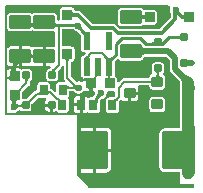
<source format=gtl>
G04*
G04 #@! TF.GenerationSoftware,Altium Limited,Altium Designer,20.2.7 (254)*
G04*
G04 Layer_Physical_Order=1*
G04 Layer_Color=255*
%FSLAX25Y25*%
%MOIN*%
G70*
G04*
G04 #@! TF.SameCoordinates,DA4A69CC-0FFB-40CA-8B1E-561776DE4CFB*
G04*
G04*
G04 #@! TF.FilePolarity,Positive*
G04*
G01*
G75*
%ADD10C,0.00984*%
%ADD12C,0.00787*%
G04:AMPARAMS|DCode=16|XSize=70.87mil|YSize=45.28mil|CornerRadius=4.53mil|HoleSize=0mil|Usage=FLASHONLY|Rotation=0.000|XOffset=0mil|YOffset=0mil|HoleType=Round|Shape=RoundedRectangle|*
%AMROUNDEDRECTD16*
21,1,0.07087,0.03622,0,0,0.0*
21,1,0.06181,0.04528,0,0,0.0*
1,1,0.00906,0.03091,-0.01811*
1,1,0.00906,-0.03091,-0.01811*
1,1,0.00906,-0.03091,0.01811*
1,1,0.00906,0.03091,0.01811*
%
%ADD16ROUNDEDRECTD16*%
G04:AMPARAMS|DCode=17|XSize=33.47mil|YSize=33.47mil|CornerRadius=3.35mil|HoleSize=0mil|Usage=FLASHONLY|Rotation=180.000|XOffset=0mil|YOffset=0mil|HoleType=Round|Shape=RoundedRectangle|*
%AMROUNDEDRECTD17*
21,1,0.03347,0.02677,0,0,180.0*
21,1,0.02677,0.03347,0,0,180.0*
1,1,0.00669,-0.01339,0.01339*
1,1,0.00669,0.01339,0.01339*
1,1,0.00669,0.01339,-0.01339*
1,1,0.00669,-0.01339,-0.01339*
%
%ADD17ROUNDEDRECTD17*%
G04:AMPARAMS|DCode=18|XSize=35.43mil|YSize=37.4mil|CornerRadius=3.54mil|HoleSize=0mil|Usage=FLASHONLY|Rotation=90.000|XOffset=0mil|YOffset=0mil|HoleType=Round|Shape=RoundedRectangle|*
%AMROUNDEDRECTD18*
21,1,0.03543,0.03032,0,0,90.0*
21,1,0.02835,0.03740,0,0,90.0*
1,1,0.00709,0.01516,0.01417*
1,1,0.00709,0.01516,-0.01417*
1,1,0.00709,-0.01516,-0.01417*
1,1,0.00709,-0.01516,0.01417*
%
%ADD18ROUNDEDRECTD18*%
G04:AMPARAMS|DCode=19|XSize=35.43mil|YSize=37.4mil|CornerRadius=3.54mil|HoleSize=0mil|Usage=FLASHONLY|Rotation=90.000|XOffset=0mil|YOffset=0mil|HoleType=Round|Shape=RoundedRectangle|*
%AMROUNDEDRECTD19*
21,1,0.03543,0.03032,0,0,90.0*
21,1,0.02835,0.03740,0,0,90.0*
1,1,0.00709,0.01516,0.01417*
1,1,0.00709,0.01516,-0.01417*
1,1,0.00709,-0.01516,-0.01417*
1,1,0.00709,-0.01516,0.01417*
%
%ADD19ROUNDEDRECTD19*%
G04:AMPARAMS|DCode=20|XSize=21.65mil|YSize=57.09mil|CornerRadius=2.17mil|HoleSize=0mil|Usage=FLASHONLY|Rotation=0.000|XOffset=0mil|YOffset=0mil|HoleType=Round|Shape=RoundedRectangle|*
%AMROUNDEDRECTD20*
21,1,0.02165,0.05276,0,0,0.0*
21,1,0.01732,0.05709,0,0,0.0*
1,1,0.00433,0.00866,-0.02638*
1,1,0.00433,-0.00866,-0.02638*
1,1,0.00433,-0.00866,0.02638*
1,1,0.00433,0.00866,0.02638*
%
%ADD20ROUNDEDRECTD20*%
G04:AMPARAMS|DCode=21|XSize=21.65mil|YSize=57.09mil|CornerRadius=2.17mil|HoleSize=0mil|Usage=FLASHONLY|Rotation=0.000|XOffset=0mil|YOffset=0mil|HoleType=Round|Shape=RoundedRectangle|*
%AMROUNDEDRECTD21*
21,1,0.02165,0.05276,0,0,0.0*
21,1,0.01732,0.05709,0,0,0.0*
1,1,0.00433,0.00866,-0.02638*
1,1,0.00433,-0.00866,-0.02638*
1,1,0.00433,-0.00866,0.02638*
1,1,0.00433,0.00866,0.02638*
%
%ADD21ROUNDEDRECTD21*%
G04:AMPARAMS|DCode=22|XSize=94.49mil|YSize=129.92mil|CornerRadius=9.45mil|HoleSize=0mil|Usage=FLASHONLY|Rotation=180.000|XOffset=0mil|YOffset=0mil|HoleType=Round|Shape=RoundedRectangle|*
%AMROUNDEDRECTD22*
21,1,0.09449,0.11102,0,0,180.0*
21,1,0.07559,0.12992,0,0,180.0*
1,1,0.01890,-0.03780,0.05551*
1,1,0.01890,0.03780,0.05551*
1,1,0.01890,0.03780,-0.05551*
1,1,0.01890,-0.03780,-0.05551*
%
%ADD22ROUNDEDRECTD22*%
G04:AMPARAMS|DCode=23|XSize=23.62mil|YSize=23.62mil|CornerRadius=2.36mil|HoleSize=0mil|Usage=FLASHONLY|Rotation=270.000|XOffset=0mil|YOffset=0mil|HoleType=Round|Shape=RoundedRectangle|*
%AMROUNDEDRECTD23*
21,1,0.02362,0.01890,0,0,270.0*
21,1,0.01890,0.02362,0,0,270.0*
1,1,0.00472,-0.00945,-0.00945*
1,1,0.00472,-0.00945,0.00945*
1,1,0.00472,0.00945,0.00945*
1,1,0.00472,0.00945,-0.00945*
%
%ADD23ROUNDEDRECTD23*%
G04:AMPARAMS|DCode=24|XSize=35.83mil|YSize=33.47mil|CornerRadius=3.35mil|HoleSize=0mil|Usage=FLASHONLY|Rotation=0.000|XOffset=0mil|YOffset=0mil|HoleType=Round|Shape=RoundedRectangle|*
%AMROUNDEDRECTD24*
21,1,0.03583,0.02677,0,0,0.0*
21,1,0.02913,0.03347,0,0,0.0*
1,1,0.00669,0.01457,-0.01339*
1,1,0.00669,-0.01457,-0.01339*
1,1,0.00669,-0.01457,0.01339*
1,1,0.00669,0.01457,0.01339*
%
%ADD24ROUNDEDRECTD24*%
G04:AMPARAMS|DCode=25|XSize=23.62mil|YSize=23.62mil|CornerRadius=2.36mil|HoleSize=0mil|Usage=FLASHONLY|Rotation=180.000|XOffset=0mil|YOffset=0mil|HoleType=Round|Shape=RoundedRectangle|*
%AMROUNDEDRECTD25*
21,1,0.02362,0.01890,0,0,180.0*
21,1,0.01890,0.02362,0,0,180.0*
1,1,0.00472,-0.00945,0.00945*
1,1,0.00472,0.00945,0.00945*
1,1,0.00472,0.00945,-0.00945*
1,1,0.00472,-0.00945,-0.00945*
%
%ADD25ROUNDEDRECTD25*%
G04:AMPARAMS|DCode=26|XSize=27.56mil|YSize=36.22mil|CornerRadius=2.76mil|HoleSize=0mil|Usage=FLASHONLY|Rotation=0.000|XOffset=0mil|YOffset=0mil|HoleType=Round|Shape=RoundedRectangle|*
%AMROUNDEDRECTD26*
21,1,0.02756,0.03071,0,0,0.0*
21,1,0.02205,0.03622,0,0,0.0*
1,1,0.00551,0.01102,-0.01535*
1,1,0.00551,-0.01102,-0.01535*
1,1,0.00551,-0.01102,0.01535*
1,1,0.00551,0.01102,0.01535*
%
%ADD26ROUNDEDRECTD26*%
G04:AMPARAMS|DCode=27|XSize=33.47mil|YSize=33.47mil|CornerRadius=3.35mil|HoleSize=0mil|Usage=FLASHONLY|Rotation=90.000|XOffset=0mil|YOffset=0mil|HoleType=Round|Shape=RoundedRectangle|*
%AMROUNDEDRECTD27*
21,1,0.03347,0.02677,0,0,90.0*
21,1,0.02677,0.03347,0,0,90.0*
1,1,0.00669,0.01339,0.01339*
1,1,0.00669,0.01339,-0.01339*
1,1,0.00669,-0.01339,-0.01339*
1,1,0.00669,-0.01339,0.01339*
%
%ADD27ROUNDEDRECTD27*%
G04:AMPARAMS|DCode=28|XSize=35.83mil|YSize=33.47mil|CornerRadius=3.35mil|HoleSize=0mil|Usage=FLASHONLY|Rotation=90.000|XOffset=0mil|YOffset=0mil|HoleType=Round|Shape=RoundedRectangle|*
%AMROUNDEDRECTD28*
21,1,0.03583,0.02677,0,0,90.0*
21,1,0.02913,0.03347,0,0,90.0*
1,1,0.00669,0.01339,0.01457*
1,1,0.00669,0.01339,-0.01457*
1,1,0.00669,-0.01339,-0.01457*
1,1,0.00669,-0.01339,0.01457*
%
%ADD28ROUNDEDRECTD28*%
%ADD45O,0.03937X0.34429*%
%ADD46O,0.54331X0.00787*%
%ADD47O,0.00787X0.36221*%
%ADD48O,0.03937X0.01968*%
%ADD49O,0.00787X0.01968*%
%ADD50O,0.25591X0.00787*%
%ADD51O,0.01575X0.21260*%
%ADD52O,0.35433X0.01575*%
G04:AMPARAMS|DCode=53|XSize=15.75mil|YSize=62.99mil|CornerRadius=0mil|HoleSize=0mil|Usage=FLASHONLY|Rotation=45.000|XOffset=0mil|YOffset=0mil|HoleType=Round|Shape=Round|*
%AMOVALD53*
21,1,0.04724,0.01575,0.00000,0.00000,135.0*
1,1,0.01575,0.01670,-0.01670*
1,1,0.01575,-0.01670,0.01670*
%
%ADD53OVALD53*%

%ADD54C,0.01181*%
%ADD55C,0.03937*%
%ADD56C,0.01968*%
%ADD57C,0.02362*%
G36*
X58458Y59661D02*
X58466Y59589D01*
X58484Y59515D01*
X58513Y59439D01*
X58551Y59360D01*
X58599Y59278D01*
X58657Y59194D01*
X58725Y59108D01*
X58803Y59019D01*
X58891Y58927D01*
X57972Y58175D01*
X57881Y58264D01*
X57782Y58349D01*
X57776Y58301D01*
X57768Y58183D01*
X57766Y58056D01*
X56585Y58182D01*
X56583Y58309D01*
X56566Y58539D01*
X56552Y58641D01*
X56534Y58735D01*
X56512Y58821D01*
X56486Y58898D01*
X56455Y58966D01*
X56421Y59027D01*
X56383Y59078D01*
X57557Y58970D01*
X58459Y59729D01*
X58458Y59661D01*
D02*
G37*
G36*
X22829Y59332D02*
X22865Y59232D01*
X22924Y59143D01*
X23008Y59067D01*
X23115Y59002D01*
X23246Y58948D01*
X23402Y58907D01*
X23581Y58878D01*
X23783Y58860D01*
X24010Y58854D01*
Y57673D01*
X23783Y57667D01*
X23581Y57649D01*
X23402Y57620D01*
X23246Y57578D01*
X23115Y57525D01*
X23008Y57460D01*
X22924Y57384D01*
X22865Y57295D01*
X22829Y57195D01*
X22817Y57082D01*
Y59445D01*
X22829Y59332D01*
D02*
G37*
G36*
X19574Y60720D02*
X19385Y60683D01*
X19014Y60435D01*
X18766Y60064D01*
X18679Y59626D01*
Y56713D01*
X18683Y56694D01*
X18341Y56327D01*
X17938Y56465D01*
Y57618D01*
X17841Y58102D01*
X17567Y58512D01*
X17157Y58786D01*
X16673Y58883D01*
X10492D01*
X10008Y58786D01*
X9598Y58512D01*
X9562D01*
X9497Y58611D01*
X9086Y58885D01*
X8602Y58981D01*
X2421D01*
X1937Y58885D01*
X1527Y58611D01*
X1297Y58266D01*
X1038Y58270D01*
X797Y58349D01*
X790Y60801D01*
X1118Y61221D01*
X19524D01*
X19574Y60720D01*
D02*
G37*
G36*
X10086Y53841D02*
X10074Y53934D01*
X10042Y54017D01*
X9990Y54091D01*
X9918Y54154D01*
X9825Y54208D01*
X9712Y54252D01*
X9579Y54287D01*
X9536Y54294D01*
X9492Y54287D01*
X9352Y54253D01*
X9234Y54209D01*
X9136Y54156D01*
X9058Y54093D01*
X9002Y54020D01*
X8966Y53938D01*
X8952Y53845D01*
X9040Y55807D01*
X9046Y55714D01*
X9072Y55630D01*
X9120Y55556D01*
X9189Y55492D01*
X9278Y55438D01*
X9388Y55394D01*
X9519Y55359D01*
X9544Y55355D01*
X9570Y55359D01*
X9700Y55394D01*
X9810Y55438D01*
X9899Y55492D01*
X9968Y55556D01*
X10017Y55630D01*
X10046Y55714D01*
X10055Y55807D01*
X10086Y53841D01*
D02*
G37*
G36*
X23932Y53951D02*
X23876Y54023D01*
X23812Y54088D01*
X23742Y54145D01*
X23664Y54194D01*
X23579Y54236D01*
X23488Y54270D01*
X23389Y54297D01*
X23283Y54316D01*
X23169Y54327D01*
X23049Y54331D01*
X23234Y55315D01*
X23352Y55318D01*
X23576Y55339D01*
X23681Y55358D01*
X23780Y55382D01*
X23875Y55411D01*
X23966Y55446D01*
X24051Y55486D01*
X24132Y55531D01*
X24208Y55582D01*
X23932Y53951D01*
D02*
G37*
G36*
X17119Y55714D02*
X17148Y55630D01*
X17197Y55556D01*
X17266Y55492D01*
X17356Y55438D01*
X17466Y55394D01*
X17595Y55359D01*
X17746Y55335D01*
X17916Y55320D01*
X18107Y55315D01*
Y54331D01*
X17913Y54326D01*
X17740Y54311D01*
X17586Y54287D01*
X17453Y54252D01*
X17340Y54208D01*
X17248Y54154D01*
X17175Y54091D01*
X17123Y54017D01*
X17091Y53934D01*
X17079Y53841D01*
X17111Y55807D01*
X17119Y55714D01*
D02*
G37*
G36*
X55295Y61194D02*
X55522Y60749D01*
X55429Y60611D01*
X55276Y59842D01*
X55429Y59074D01*
X55718Y58642D01*
X55722Y58633D01*
X55724Y58629D01*
X55727Y58624D01*
X55738Y58601D01*
X55740Y58598D01*
X55742Y58590D01*
X55751Y58558D01*
X55760Y58510D01*
X55768Y58456D01*
X55770Y58417D01*
Y57363D01*
X52075Y53669D01*
X38664D01*
X37402Y54931D01*
X36946Y55235D01*
X36409Y55342D01*
X29792D01*
X25877Y59257D01*
X25421Y59562D01*
X24883Y59668D01*
X23754D01*
X23681Y59675D01*
X23633Y59683D01*
X23557Y60064D01*
X23309Y60435D01*
X22938Y60683D01*
X22749Y60720D01*
X22798Y61221D01*
X54626D01*
X55295Y61194D01*
D02*
G37*
G36*
X26030Y54248D02*
X26024Y54160D01*
X26029Y54071D01*
X26046Y53983D01*
X26073Y53895D01*
X26111Y53807D01*
X26161Y53719D01*
X26221Y53631D01*
X26293Y53543D01*
X26375Y53455D01*
X25491Y52947D01*
X25405Y53030D01*
X25233Y53175D01*
X25148Y53238D01*
X24976Y53343D01*
X24891Y53386D01*
X24805Y53423D01*
X24720Y53452D01*
X24635Y53475D01*
X26047Y54336D01*
X26030Y54248D01*
D02*
G37*
G36*
X27017Y52819D02*
X27365Y52526D01*
X27522Y52417D01*
X27667Y52334D01*
X27801Y52276D01*
X27922Y52243D01*
X28032Y52235D01*
X28131Y52253D01*
X28218Y52296D01*
X26582Y51172D01*
X26648Y51236D01*
X26683Y51317D01*
X26689Y51414D01*
X26663Y51528D01*
X26608Y51659D01*
X26522Y51807D01*
X26405Y51971D01*
X26259Y52152D01*
X25874Y52564D01*
X26826Y53004D01*
X27017Y52819D01*
D02*
G37*
G36*
X58879Y49808D02*
X58869Y49900D01*
X58839Y49983D01*
X58788Y50056D01*
X58717Y50120D01*
X58626Y50173D01*
X58515Y50217D01*
X58384Y50251D01*
X58232Y50276D01*
X58060Y50290D01*
X57868Y50295D01*
Y51279D01*
X58060Y51284D01*
X58232Y51299D01*
X58384Y51323D01*
X58515Y51358D01*
X58626Y51401D01*
X58717Y51455D01*
X58788Y51518D01*
X58839Y51591D01*
X58869Y51674D01*
X58879Y51767D01*
Y49808D01*
D02*
G37*
G36*
X50252Y47988D02*
X50238Y47996D01*
X50206Y48004D01*
X50154Y48010D01*
X49992Y48021D01*
X49249Y48031D01*
X49196Y49016D01*
X49389Y49021D01*
X49561Y49035D01*
X49712Y49060D01*
X49843Y49095D01*
X49953Y49139D01*
X50042Y49193D01*
X50111Y49257D01*
X50159Y49331D01*
X50186Y49414D01*
X50192Y49508D01*
X50252Y47988D01*
D02*
G37*
G36*
X1527Y53200D02*
X1937Y52926D01*
X2421Y52830D01*
X8602D01*
X9086Y52926D01*
X9497Y53200D01*
X9532D01*
X9598Y53102D01*
X10008Y52828D01*
X10492Y52732D01*
X16673D01*
X16716Y52740D01*
X17103Y52423D01*
Y47991D01*
X16716Y47673D01*
X16673Y47682D01*
X14083D01*
Y44390D01*
Y41098D01*
X15513D01*
X15704Y40636D01*
X15612Y40543D01*
X15450Y40394D01*
X15244Y40227D01*
X15181Y40184D01*
X15138Y40158D01*
X15132Y40155D01*
X15107Y40147D01*
X15096Y40141D01*
X15001Y40124D01*
X14991Y40117D01*
X14896Y40098D01*
X14557Y39872D01*
X14331Y39533D01*
X14252Y39134D01*
Y37244D01*
X14331Y36845D01*
X14557Y36506D01*
X14896Y36280D01*
X15295Y36200D01*
X17185D01*
X17584Y36280D01*
X17923Y36506D01*
X18149Y36845D01*
X18229Y37244D01*
Y39134D01*
X18149Y39533D01*
X18093Y39618D01*
X19159Y40684D01*
X19420Y41075D01*
X19457Y41263D01*
X19957Y41214D01*
Y37205D01*
X19957Y37205D01*
X20049Y36744D01*
X20310Y36353D01*
X20374Y36288D01*
X20167Y35789D01*
X18583D01*
X18168Y35706D01*
X17816Y35471D01*
X17581Y35120D01*
X17499Y34705D01*
Y32846D01*
X17037Y32655D01*
X16360Y33332D01*
X15969Y33593D01*
X15572Y33672D01*
Y34705D01*
X15489Y35120D01*
X15255Y35471D01*
X14903Y35706D01*
X14488Y35789D01*
X12284D01*
X11869Y35706D01*
X11517Y35471D01*
X11282Y35120D01*
X11200Y34705D01*
Y33055D01*
X10984D01*
X10523Y32963D01*
X10133Y32702D01*
X10133Y32702D01*
X7756Y30326D01*
X7632Y30209D01*
X7543Y30138D01*
X6599D01*
X6334Y30149D01*
X6124Y30605D01*
Y32250D01*
X6269Y32420D01*
X8430Y34582D01*
X8430Y34582D01*
X8691Y34972D01*
X8783Y35433D01*
X8783Y35433D01*
Y36252D01*
X8923Y36280D01*
X9262Y36506D01*
X9488Y36845D01*
X9567Y37244D01*
Y39134D01*
X9488Y39533D01*
X9262Y39872D01*
X8923Y40098D01*
X8524Y40178D01*
X6634D01*
X6235Y40098D01*
X5995Y39938D01*
X5943Y40017D01*
X5501Y40312D01*
X4980Y40416D01*
X4142D01*
Y37716D01*
X3142D01*
Y39336D01*
X2071Y39288D01*
X2145Y39345D01*
X2211Y39414D01*
X2269Y39494D01*
X2320Y39586D01*
X2363Y39688D01*
X2398Y39802D01*
X2426Y39927D01*
X2445Y40063D01*
X2457Y40210D01*
X2461Y40368D01*
X3142D01*
Y40416D01*
X2303D01*
X1782Y40312D01*
X1341Y40017D01*
X846Y40176D01*
X842Y41526D01*
X1342Y41678D01*
X1374Y41630D01*
X1854Y41309D01*
X2421Y41196D01*
X5012D01*
Y42138D01*
X4978Y42127D01*
X4839Y42063D01*
X4700Y41985D01*
X4560Y41893D01*
X4419Y41787D01*
X4279Y41666D01*
X4137Y41532D01*
X2745D01*
X2873Y41666D01*
X2972Y41787D01*
X3043Y41893D01*
X3085Y41985D01*
X3099Y42063D01*
X3085Y42127D01*
X3043Y42176D01*
X2972Y42211D01*
X2873Y42233D01*
X2745Y42240D01*
X5012D01*
Y44488D01*
Y47780D01*
X2421D01*
X1854Y47668D01*
X1374Y47347D01*
X1326Y47276D01*
X826Y47427D01*
X810Y53443D01*
X917Y53483D01*
X1310Y53526D01*
X1527Y53200D01*
D02*
G37*
G36*
X55280Y43149D02*
Y40349D01*
X55418Y39658D01*
X55809Y39072D01*
X58206Y36675D01*
X58387Y36470D01*
X58618Y36179D01*
X58789Y35928D01*
X58817Y35879D01*
X58794Y35708D01*
Y20408D01*
X53701D01*
X53025Y20274D01*
X52452Y19891D01*
X52069Y19318D01*
X51935Y18642D01*
Y7539D01*
X52069Y6864D01*
X52452Y6290D01*
X53025Y5908D01*
X53701Y5773D01*
X58661D01*
Y1638D01*
X28667D01*
X25266Y4907D01*
X25297Y5399D01*
X25751Y5673D01*
X26339Y5556D01*
X29618D01*
Y13091D01*
Y20625D01*
X26339D01*
X25751Y20508D01*
X25251Y20809D01*
Y24119D01*
X24803D01*
X24799Y24276D01*
X24787Y24415D01*
X24768Y24538D01*
X24740Y24644D01*
X24705Y24732D01*
X24661Y24803D01*
X24610Y24858D01*
X24551Y24895D01*
X24484Y24915D01*
X24409Y24918D01*
X25251Y24977D01*
Y25393D01*
X25386Y25428D01*
Y26368D01*
X25350Y26426D01*
X25299Y26482D01*
X25240Y26522D01*
X25173Y26546D01*
X25098Y26554D01*
X25386D01*
Y27847D01*
X23483D01*
Y26811D01*
X23582Y26313D01*
X23864Y25891D01*
X23870Y25887D01*
X23719Y25387D01*
X21296Y25377D01*
X21204Y25877D01*
X21455Y26045D01*
X21690Y26396D01*
X21773Y26811D01*
Y29882D01*
X21690Y30297D01*
X21455Y30648D01*
X21700Y31086D01*
X21789Y31219D01*
X21871Y31634D01*
Y32821D01*
X23236D01*
X23273Y32814D01*
X23309Y32803D01*
X23345Y32789D01*
X23382Y32770D01*
X23421Y32747D01*
X23462Y32718D01*
X23495Y32691D01*
X23551Y32606D01*
X24202Y32171D01*
X24971Y32019D01*
X25739Y32171D01*
X26390Y32606D01*
X26529Y32815D01*
X27197Y32915D01*
X27314Y32837D01*
X27835Y32734D01*
X28673D01*
Y32978D01*
X28386D01*
X28382Y33130D01*
X28370Y33266D01*
X28350Y33386D01*
X28323Y33490D01*
X28287Y33578D01*
X28244Y33650D01*
X28193Y33706D01*
X28134Y33746D01*
X28067Y33770D01*
X27992Y33777D01*
X28673D01*
Y35433D01*
X29673D01*
Y32734D01*
X30109D01*
X30427Y32347D01*
X30375Y32087D01*
X30390Y32011D01*
X30390Y32010D01*
X30382Y31987D01*
X30370Y31959D01*
X30353Y31926D01*
X30329Y31888D01*
X30303Y31853D01*
X29688Y31237D01*
X29405Y30814D01*
X29396Y30769D01*
X28819D01*
X28404Y30686D01*
X28114Y30493D01*
X27908Y30801D01*
X27486Y31084D01*
X26988Y31183D01*
X26386D01*
Y30332D01*
X26413Y30401D01*
X26441Y30508D01*
X26461Y30633D01*
X26472Y30777D01*
X26476Y30938D01*
X27264D01*
X27237Y29985D01*
X26386Y30098D01*
Y28346D01*
Y26554D01*
X26673D01*
X26598Y26546D01*
X26531Y26522D01*
X26472Y26482D01*
X26421Y26426D01*
X26386Y26368D01*
Y25510D01*
X26988D01*
X27486Y25609D01*
X27572Y25667D01*
X28052Y25848D01*
X28404Y25613D01*
X28819Y25530D01*
X31024D01*
X31438Y25613D01*
X31790Y25848D01*
X32025Y26199D01*
X32107Y26614D01*
Y29672D01*
X32148Y29744D01*
X32382Y30079D01*
X33150Y30232D01*
X33801Y30667D01*
X34236Y31319D01*
X34389Y32087D01*
X34317Y32451D01*
X34727Y32950D01*
X36732D01*
X37083Y32662D01*
Y31345D01*
X36689Y30951D01*
X36573Y30843D01*
X36481Y30770D01*
X36479Y30769D01*
X35118D01*
X34703Y30686D01*
X34352Y30451D01*
X34117Y30100D01*
X34034Y29685D01*
Y26614D01*
X34117Y26199D01*
X34352Y25848D01*
X34703Y25613D01*
X35118Y25530D01*
X37323D01*
X37738Y25613D01*
X38089Y25848D01*
X38324Y26199D01*
X38407Y26614D01*
Y29240D01*
X38540Y29396D01*
X38887Y29743D01*
X39454Y29791D01*
X39559Y29723D01*
X39905Y29492D01*
X40433Y29387D01*
X41449D01*
Y32185D01*
X41949D01*
Y32685D01*
X44845D01*
Y33602D01*
X44740Y34131D01*
X44680Y34221D01*
X44947Y34721D01*
X48521D01*
Y34508D01*
X48610Y34062D01*
X48862Y33685D01*
X49240Y33432D01*
X49685Y33344D01*
X52717D01*
X53162Y33432D01*
X53540Y33685D01*
X53792Y34062D01*
X53881Y34508D01*
Y37343D01*
X53792Y37788D01*
X53540Y38166D01*
X53300Y38326D01*
X53162Y38566D01*
X53163Y38928D01*
X53277Y39099D01*
X53357Y39498D01*
Y41388D01*
X53277Y41787D01*
X53051Y42126D01*
X52712Y42352D01*
X52313Y42432D01*
X50423D01*
X50024Y42352D01*
X49685Y42126D01*
X49459Y41787D01*
X49380Y41388D01*
Y39498D01*
X49459Y39099D01*
X49534Y38986D01*
X49337Y38437D01*
X49240Y38418D01*
X48862Y38166D01*
X48610Y37788D01*
X48521Y37343D01*
Y37129D01*
X40256D01*
X39795Y37038D01*
X39404Y36777D01*
X39404Y36777D01*
X38338Y35711D01*
X37876Y35902D01*
Y36772D01*
X37789Y37209D01*
X37541Y37581D01*
X37170Y37829D01*
X37028Y38346D01*
Y42448D01*
X37028Y42452D01*
X37028Y42455D01*
Y42747D01*
X37058Y42790D01*
X37281Y43054D01*
X37676Y43449D01*
X38320Y43386D01*
X38338Y43358D01*
X38748Y43084D01*
X39232Y42987D01*
X45413D01*
X45897Y43084D01*
X46308Y43358D01*
X46582Y43768D01*
X46667Y44199D01*
X46687Y44211D01*
X46801Y44257D01*
X46975Y44303D01*
X47207Y44341D01*
X47374Y44355D01*
X49542D01*
X49592Y44345D01*
X53145D01*
X53194Y44355D01*
X54075D01*
X55280Y43149D01*
D02*
G37*
G36*
X45787Y47938D02*
X45851Y47771D01*
X45957Y47625D01*
X46103Y47498D01*
X46289Y47390D01*
X46516Y47302D01*
X46784Y47234D01*
X47093Y47185D01*
X47442Y47155D01*
X47831Y47146D01*
Y45177D01*
X47449Y45167D01*
X47108Y45138D01*
X46807Y45089D01*
X46547Y45020D01*
X46328Y44932D01*
X46149Y44824D01*
X46011Y44696D01*
X45913Y44549D01*
X45856Y44382D01*
X45839Y44195D01*
X45763Y48123D01*
X45787Y47938D01*
D02*
G37*
G36*
X28566Y44283D02*
X28479Y44179D01*
X28414Y44087D01*
X28374Y44007D01*
X28357Y43939D01*
X28364Y43884D01*
X28395Y43841D01*
X28449Y43811D01*
X28526Y43793D01*
X28628Y43787D01*
X26635Y43779D01*
X26739Y43824D01*
X26939Y43926D01*
X27035Y43982D01*
X27221Y44107D01*
X27310Y44175D01*
X27482Y44321D01*
X27564Y44400D01*
X28677D01*
X28566Y44283D01*
D02*
G37*
G36*
X21874Y43396D02*
X21807Y43371D01*
X21748Y43332D01*
X21697Y43276D01*
X21654Y43204D01*
X21618Y43116D01*
X21591Y43012D01*
X21571Y42892D01*
X21559Y42756D01*
X21555Y42604D01*
X20768D01*
X20764Y42756D01*
X20752Y42892D01*
X20732Y43012D01*
X20705Y43116D01*
X20669Y43204D01*
X20626Y43276D01*
X20575Y43332D01*
X20516Y43371D01*
X20449Y43396D01*
X20374Y43404D01*
X21949D01*
X21874Y43396D01*
D02*
G37*
G36*
X34334Y44485D02*
X34852Y44049D01*
X34997Y43952D01*
X35130Y43879D01*
X35249Y43831D01*
X35299Y43820D01*
X35355Y43843D01*
X35502Y43927D01*
X35662Y44038D01*
X35836Y44177D01*
X36225Y44539D01*
X36921Y43843D01*
X36726Y43642D01*
X36420Y43280D01*
X36309Y43120D01*
X36225Y42974D01*
X36170Y42841D01*
X36142Y42723D01*
Y42619D01*
X36170Y42528D01*
X36225Y42452D01*
X35074Y43603D01*
X34062Y43092D01*
X34122Y43136D01*
X34156Y43195D01*
X34164Y43269D01*
X34146Y43357D01*
X34103Y43460D01*
X34034Y43578D01*
X33939Y43711D01*
X33819Y43859D01*
X33501Y44198D01*
X34134Y44679D01*
X34334Y44485D01*
D02*
G37*
G36*
X17262Y39933D02*
X17157Y39823D01*
X17075Y39724D01*
X17015Y39636D01*
X16979Y39560D01*
X16965Y39495D01*
X16973Y39442D01*
X17005Y39400D01*
X17059Y39370D01*
X17135Y39351D01*
X17235Y39343D01*
X15295Y39377D01*
X15360Y39385D01*
X15435Y39410D01*
X15521Y39452D01*
X15618Y39510D01*
X15726Y39585D01*
X15974Y39786D01*
X16265Y40053D01*
X16427Y40212D01*
X17262Y39933D01*
D02*
G37*
G36*
X31275Y38137D02*
X31268Y38133D01*
X31262Y38120D01*
X31257Y38098D01*
X31252Y38067D01*
X31245Y37979D01*
X31240Y37780D01*
X31239Y37696D01*
X30452D01*
X30452Y37788D01*
X30427Y38179D01*
X30421Y38184D01*
X31275Y38137D01*
D02*
G37*
G36*
X52081Y39259D02*
X52014Y39235D01*
X51955Y39195D01*
X51903Y39140D01*
X51860Y39068D01*
X51825Y38980D01*
X51797Y38876D01*
X51778Y38756D01*
X51766Y38620D01*
X51762Y38473D01*
X51766Y38327D01*
X51778Y38191D01*
X51797Y38071D01*
X51825Y37967D01*
X51860Y37879D01*
X51903Y37808D01*
X51955Y37751D01*
X52014Y37712D01*
X52081Y37688D01*
X52156Y37680D01*
X50581D01*
X50656Y37688D01*
X50722Y37712D01*
X50782Y37751D01*
X50833Y37808D01*
X50876Y37879D01*
X50911Y37967D01*
X50939Y38071D01*
X50959Y38191D01*
X50971Y38327D01*
X50974Y38473D01*
X50971Y38620D01*
X50959Y38756D01*
X50939Y38876D01*
X50911Y38980D01*
X50876Y39068D01*
X50833Y39140D01*
X50782Y39195D01*
X50722Y39235D01*
X50656Y39259D01*
X50581Y39267D01*
X52156D01*
X52081Y39259D01*
D02*
G37*
G36*
X35850Y38129D02*
X35783Y38105D01*
X35724Y38065D01*
X35673Y38009D01*
X35630Y37937D01*
X35594Y37849D01*
X35567Y37745D01*
X35547Y37625D01*
X35546Y37613D01*
X35547Y37600D01*
X35567Y37480D01*
X35594Y37376D01*
X35630Y37288D01*
X35673Y37216D01*
X35724Y37161D01*
X35783Y37121D01*
X35850Y37097D01*
X35925Y37089D01*
X34350D01*
X34425Y37097D01*
X34492Y37121D01*
X34551Y37161D01*
X34602Y37216D01*
X34646Y37288D01*
X34681Y37376D01*
X34709Y37480D01*
X34728Y37600D01*
X34729Y37613D01*
X34728Y37625D01*
X34709Y37745D01*
X34681Y37849D01*
X34646Y37937D01*
X34602Y38009D01*
X34551Y38065D01*
X34492Y38105D01*
X34425Y38129D01*
X34350Y38137D01*
X35925D01*
X35850Y38129D01*
D02*
G37*
G36*
X1986Y36417D02*
X1978Y36492D01*
X1954Y36559D01*
X1914Y36618D01*
X1858Y36669D01*
X1786Y36713D01*
X1698Y36748D01*
X1595Y36776D01*
X1475Y36795D01*
X1339Y36807D01*
X1187Y36811D01*
Y37598D01*
X1339Y37602D01*
X1475Y37614D01*
X1595Y37634D01*
X1698Y37661D01*
X1786Y37697D01*
X1858Y37740D01*
X1914Y37791D01*
X1954Y37850D01*
X1978Y37917D01*
X1986Y37992D01*
Y36417D01*
D02*
G37*
G36*
X8291Y37005D02*
X8224Y36981D01*
X8165Y36941D01*
X8114Y36885D01*
X8071Y36814D01*
X8035Y36726D01*
X8008Y36622D01*
X7988Y36502D01*
X7976Y36366D01*
X7972Y36214D01*
X7185D01*
X7181Y36366D01*
X7169Y36502D01*
X7150Y36622D01*
X7122Y36726D01*
X7087Y36814D01*
X7043Y36885D01*
X6992Y36941D01*
X6933Y36981D01*
X6866Y37005D01*
X6791Y37013D01*
X8366D01*
X8291Y37005D01*
D02*
G37*
G36*
X27709Y37076D02*
X27518Y35897D01*
X27521Y35972D01*
X27506Y36039D01*
X27473Y36098D01*
X27420Y36149D01*
X27350Y36193D01*
X27261Y36228D01*
X27153Y36256D01*
X27027Y36275D01*
X26882Y36287D01*
X26718Y36291D01*
X26936Y37079D01*
X27709Y37076D01*
D02*
G37*
G36*
X23214Y53512D02*
X23243Y53504D01*
X23261Y53498D01*
X23270Y53493D01*
X23272Y53492D01*
X23300Y53457D01*
X23336Y53425D01*
X23482Y53207D01*
X24134Y52772D01*
X24380Y52723D01*
X24425Y52701D01*
X24483Y52685D01*
X24516Y52673D01*
X24554Y52657D01*
X24585Y52642D01*
X24699Y52571D01*
X24736Y52544D01*
X24793Y52496D01*
X25488Y51801D01*
X25653Y51625D01*
X25765Y51486D01*
X25768Y51482D01*
Y46811D01*
X25846Y46419D01*
X26068Y46087D01*
X26400Y45865D01*
X26791Y45787D01*
X27152D01*
X27343Y45325D01*
X26881Y44864D01*
X26806Y44800D01*
X26755Y44761D01*
X26609Y44663D01*
X26554Y44631D01*
X26450Y44578D01*
X26400Y44568D01*
X26331Y44522D01*
X26313Y44514D01*
X26190Y44428D01*
X26080Y44354D01*
X26068Y44346D01*
X26068Y44346D01*
X26065Y44344D01*
X26061Y44339D01*
X26056Y44335D01*
X25975Y44209D01*
X25902Y44098D01*
X25846Y44014D01*
X25768Y43622D01*
Y43266D01*
X25764Y43248D01*
X25764Y43248D01*
Y41476D01*
X25768Y41459D01*
Y38346D01*
X25846Y37955D01*
X26068Y37623D01*
X26400Y37401D01*
X26413Y37398D01*
X26577Y37292D01*
X26474Y36772D01*
Y35990D01*
X25974Y35723D01*
X25739Y35880D01*
X24971Y36033D01*
X24202Y35880D01*
X24195Y35875D01*
X22366Y37703D01*
Y42576D01*
X22500D01*
X22938Y42663D01*
X23309Y42911D01*
X23557Y43283D01*
X23644Y43720D01*
Y46634D01*
X23557Y47072D01*
X23309Y47443D01*
X22938Y47691D01*
X22500Y47778D01*
X19823D01*
X19511Y48034D01*
Y53518D01*
X23180D01*
X23214Y53512D01*
D02*
G37*
G36*
X49348Y35138D02*
X49340Y35213D01*
X49316Y35280D01*
X49276Y35339D01*
X49220Y35390D01*
X49148Y35433D01*
X49060Y35469D01*
X48956Y35496D01*
X48836Y35516D01*
X48700Y35528D01*
X48549Y35531D01*
Y36319D01*
X48700Y36323D01*
X48836Y36335D01*
X48956Y36354D01*
X49060Y36382D01*
X49148Y36417D01*
X49220Y36461D01*
X49276Y36512D01*
X49316Y36571D01*
X49340Y36638D01*
X49348Y36713D01*
Y35138D01*
D02*
G37*
G36*
X60057Y38780D02*
X60546Y38360D01*
X60782Y38185D01*
X61013Y38033D01*
X61238Y37903D01*
X61458Y37797D01*
X61673Y37713D01*
X61881Y37652D01*
X62085Y37614D01*
X59613Y35052D01*
X59722Y35205D01*
X59778Y35383D01*
X59781Y35587D01*
X59731Y35816D01*
X59629Y36070D01*
X59473Y36350D01*
X59265Y36655D01*
X59004Y36985D01*
X58689Y37341D01*
X58322Y37722D01*
X59804Y39024D01*
X60057Y38780D01*
D02*
G37*
G36*
X21031Y34733D02*
X21057Y34667D01*
X21098Y34609D01*
X21156Y34559D01*
X21230Y34516D01*
X21320Y34481D01*
X21427Y34454D01*
X21550Y34435D01*
X21689Y34423D01*
X21844Y34419D01*
Y33632D01*
X21691Y33628D01*
X21554Y33616D01*
X21433Y33597D01*
X21329Y33569D01*
X21241Y33533D01*
X21169Y33490D01*
X21114Y33439D01*
X21074Y33380D01*
X21051Y33313D01*
X21044Y33238D01*
X21022Y34806D01*
X21031Y34733D01*
D02*
G37*
G36*
X24127Y33199D02*
X24041Y33281D01*
X23952Y33355D01*
X23861Y33420D01*
X23767Y33476D01*
X23670Y33524D01*
X23571Y33563D01*
X23469Y33593D01*
X23365Y33615D01*
X23258Y33628D01*
X23148Y33632D01*
Y34419D01*
X23258Y34424D01*
X23365Y34437D01*
X23469Y34458D01*
X23571Y34489D01*
X23670Y34528D01*
X23767Y34575D01*
X23861Y34631D01*
X23952Y34696D01*
X24041Y34770D01*
X24127Y34852D01*
Y33199D01*
D02*
G37*
G36*
X5866Y33164D02*
X5709Y33001D01*
X5462Y32710D01*
X5371Y32582D01*
X5303Y32465D01*
X5258Y32359D01*
X5234Y32265D01*
X5233Y32182D01*
X5254Y32110D01*
X5297Y32050D01*
X4196Y33152D01*
X4256Y33108D01*
X4327Y33087D01*
X4410Y33088D01*
X4505Y33112D01*
X4610Y33158D01*
X4727Y33226D01*
X4856Y33316D01*
X4996Y33428D01*
X5309Y33720D01*
X5866Y33164D01*
D02*
G37*
G36*
X14753Y33164D02*
X14775Y33103D01*
X14814Y33049D01*
X14867Y33003D01*
X14936Y32963D01*
X15020Y32931D01*
X15119Y32906D01*
X15234Y32888D01*
X15363Y32878D01*
X15508Y32874D01*
Y32087D01*
X15363Y32083D01*
X15234Y32072D01*
X15119Y32054D01*
X15020Y32029D01*
X14936Y31997D01*
X14867Y31958D01*
X14814Y31911D01*
X14775Y31858D01*
X14753Y31797D01*
X14745Y31729D01*
Y33232D01*
X14753Y33164D01*
D02*
G37*
G36*
X12181Y31386D02*
X12153Y31399D01*
X12111Y31411D01*
X12056Y31422D01*
X11988Y31431D01*
X11812Y31445D01*
X11297Y31457D01*
X11227Y32244D01*
X11388Y32248D01*
X11531Y32260D01*
X11655Y32280D01*
X11762Y32307D01*
X11851Y32342D01*
X11922Y32386D01*
X11975Y32437D01*
X12010Y32496D01*
X12027Y32563D01*
X12027Y32638D01*
X12181Y31386D01*
D02*
G37*
G36*
X32370Y30906D02*
X32277Y30902D01*
X32184Y30890D01*
X32092Y30869D01*
X32001Y30839D01*
X31911Y30801D01*
X31821Y30754D01*
X31732Y30698D01*
X31644Y30634D01*
X31556Y30560D01*
X31470Y30478D01*
X30774Y31174D01*
X30856Y31261D01*
X30929Y31348D01*
X30994Y31437D01*
X31049Y31526D01*
X31096Y31615D01*
X31135Y31706D01*
X31164Y31797D01*
X31185Y31889D01*
X31197Y31982D01*
X31201Y32075D01*
X32370Y30906D01*
D02*
G37*
G36*
X38148Y30151D02*
X37982Y29979D01*
X37723Y29677D01*
X37630Y29545D01*
X37561Y29427D01*
X37516Y29323D01*
X37496Y29231D01*
X37500Y29153D01*
X37527Y29089D01*
X37580Y29037D01*
X36281Y29942D01*
X36350Y29907D01*
X36428Y29893D01*
X36516Y29899D01*
X36614Y29925D01*
X36720Y29972D01*
X36836Y30039D01*
X36962Y30127D01*
X37097Y30234D01*
X37395Y30511D01*
X38148Y30151D01*
D02*
G37*
G36*
X9028Y29337D02*
X8871Y29175D01*
X8623Y28884D01*
X8533Y28755D01*
X8465Y28638D01*
X8419Y28532D01*
X8396Y28438D01*
X8395Y28355D01*
X8416Y28284D01*
X8459Y28224D01*
X7357Y29325D01*
X7418Y29282D01*
X7489Y29261D01*
X7572Y29262D01*
X7666Y29285D01*
X7772Y29331D01*
X7889Y29399D01*
X8017Y29489D01*
X8157Y29602D01*
X8471Y29894D01*
X9028Y29337D01*
D02*
G37*
G36*
X62875Y32320D02*
X62706Y32046D01*
X62556Y31722D01*
X62426Y31349D01*
X62316Y30926D01*
X62226Y30454D01*
X62156Y29932D01*
X62076Y28741D01*
X62066Y28071D01*
X61279D01*
X61269Y28741D01*
X61119Y30454D01*
X61029Y30926D01*
X60919Y31349D01*
X60789Y31722D01*
X60639Y32046D01*
X60470Y32320D01*
X60280Y32545D01*
X63065D01*
X62875Y32320D01*
D02*
G37*
G36*
X4626Y29840D02*
X4514Y29829D01*
X4413Y29793D01*
X4325Y29734D01*
X4248Y29651D01*
X4183Y29543D01*
X4130Y29412D01*
X4089Y29257D01*
X4059Y29078D01*
X4056Y29042D01*
X4057Y29033D01*
X4073Y28932D01*
X4095Y28839D01*
X4121Y28754D01*
X4151Y28678D01*
X4187Y28611D01*
X4214Y28570D01*
X4410Y28466D01*
X4515Y28421D01*
X4620Y28383D01*
X4725Y28352D01*
X4830Y28328D01*
X4935Y28311D01*
X5041Y28301D01*
X5146Y28297D01*
X5308Y27584D01*
Y28297D01*
X5462Y28301D01*
X5599Y28313D01*
X5720Y28333D01*
X5824Y28360D01*
X5912Y28396D01*
X5984Y28439D01*
X6040Y28490D01*
X6079Y28549D01*
X6101Y28616D01*
X6108Y28691D01*
X6144Y27121D01*
X6134Y27195D01*
X6107Y27261D01*
X6065Y27319D01*
X6006Y27370D01*
X5930Y27413D01*
X5839Y27448D01*
X5731Y27475D01*
X5606Y27494D01*
X5466Y27506D01*
X5319Y27510D01*
X5213Y27505D01*
X5106Y27490D01*
X5004Y27466D01*
X4908Y27432D01*
X4817Y27389D01*
X4731Y27335D01*
X4651Y27272D01*
X4576Y27199D01*
X4506Y27117D01*
X4442Y27025D01*
X4128Y28501D01*
X2618D01*
X2663Y28552D01*
X2703Y28611D01*
X2739Y28678D01*
X2769Y28754D01*
X2795Y28839D01*
X2817Y28932D01*
X2833Y29033D01*
X2834Y29042D01*
X2831Y29079D01*
X2801Y29259D01*
X2760Y29415D01*
X2707Y29547D01*
X2643Y29655D01*
X2566Y29739D01*
X2478Y29800D01*
X2378Y29836D01*
X2266Y29848D01*
X4626Y29840D01*
D02*
G37*
G36*
X11770Y30643D02*
X11864Y30636D01*
X11869Y30632D01*
X11962Y30614D01*
X11966Y30612D01*
X11976Y30611D01*
X12284Y30550D01*
X14053D01*
X14205Y30050D01*
X14109Y29986D01*
X13836Y29577D01*
X13740Y29094D01*
Y28650D01*
X15945D01*
Y28150D01*
X16445D01*
Y26974D01*
X16634D01*
X16559Y26966D01*
X16492Y26942D01*
X16445Y26910D01*
Y25944D01*
X16890D01*
X17372Y26040D01*
X17613Y26201D01*
X17718Y26045D01*
X17988Y25864D01*
X17956Y25501D01*
X17906Y25363D01*
X4291Y25309D01*
X4213Y25803D01*
X4864Y26238D01*
X5020Y26471D01*
X5232Y26512D01*
X5483Y26505D01*
X5536Y26496D01*
X5559Y26487D01*
X5601Y26467D01*
X5939Y26241D01*
X6339Y26161D01*
X8228D01*
X8628Y26241D01*
X8966Y26467D01*
X9193Y26805D01*
X9272Y27205D01*
Y28407D01*
X9430Y28594D01*
X11483Y30646D01*
X11637D01*
X11770Y30643D01*
D02*
G37*
G36*
X62076Y25756D02*
X62226Y24043D01*
X62316Y23571D01*
X62426Y23148D01*
X62556Y22775D01*
X62706Y22451D01*
X62875Y22177D01*
X63065Y21952D01*
X60280D01*
X60470Y22177D01*
X60639Y22451D01*
X60789Y22775D01*
X60919Y23148D01*
X61029Y23571D01*
X61119Y24043D01*
X61189Y24565D01*
X61269Y25756D01*
X61279Y26427D01*
X62066D01*
X62076Y25756D01*
D02*
G37*
%LPC*%
G36*
X45413Y60556D02*
X39232D01*
X38748Y60460D01*
X38338Y60185D01*
X38064Y59775D01*
X37968Y59291D01*
Y55669D01*
X38064Y55185D01*
X38338Y54775D01*
X38748Y54501D01*
X39232Y54405D01*
X45413D01*
X45897Y54501D01*
X46308Y54775D01*
X46482Y55036D01*
X46728Y55085D01*
X47165Y54998D01*
X50079D01*
X50517Y55085D01*
X50888Y55333D01*
X51136Y55704D01*
X51223Y56142D01*
Y58819D01*
X51136Y59257D01*
X50888Y59628D01*
X50517Y59876D01*
X50079Y59963D01*
X47165D01*
X46728Y59876D01*
X46482Y59925D01*
X46308Y60185D01*
X45897Y60460D01*
X45413Y60556D01*
D02*
G37*
%LPD*%
G36*
X46848Y58174D02*
X47044Y58169D01*
Y56988D01*
X46848Y56983D01*
Y56398D01*
X46837Y56510D01*
X46801Y56610D01*
X46741Y56699D01*
X46657Y56776D01*
X46550Y56841D01*
X46419Y56894D01*
X46350Y56912D01*
X46280Y56894D01*
X46149Y56841D01*
X46042Y56776D01*
X45958Y56699D01*
X45899Y56610D01*
X45863Y56510D01*
X45851Y56398D01*
Y56983D01*
X45655Y56988D01*
Y58169D01*
X45851Y58174D01*
Y58760D01*
X45863Y58648D01*
X45899Y58547D01*
X45958Y58459D01*
X46042Y58382D01*
X46149Y58317D01*
X46280Y58264D01*
X46350Y58245D01*
X46419Y58264D01*
X46550Y58317D01*
X46657Y58382D01*
X46741Y58459D01*
X46801Y58547D01*
X46837Y58648D01*
X46848Y58760D01*
Y58174D01*
D02*
G37*
%LPC*%
G36*
X8602Y47780D02*
X6012D01*
Y44488D01*
Y41196D01*
X8602D01*
X9169Y41309D01*
X9474Y41512D01*
X9925Y41210D01*
X10492Y41098D01*
X13083D01*
Y44390D01*
Y47682D01*
X10492D01*
X9925Y47569D01*
X9621Y47366D01*
X9169Y47668D01*
X8602Y47780D01*
D02*
G37*
%LPD*%
G36*
X10055Y43455D02*
X10045Y43548D01*
X10015Y43632D01*
X9965Y43706D01*
X9895Y43770D01*
X9806Y43824D01*
X9696Y43868D01*
X9567Y43903D01*
X9547Y43906D01*
X9528Y43903D01*
X9398Y43868D01*
X9289Y43824D01*
X9199Y43770D01*
X9129Y43706D01*
X9080Y43632D01*
X9050Y43548D01*
X9040Y43455D01*
Y45423D01*
X9050Y45330D01*
X9080Y45246D01*
X9129Y45172D01*
X9199Y45108D01*
X9289Y45054D01*
X9398Y45010D01*
X9528Y44975D01*
X9547Y44972D01*
X9567Y44975D01*
X9696Y45010D01*
X9806Y45054D01*
X9895Y45108D01*
X9965Y45172D01*
X10015Y45246D01*
X10045Y45330D01*
X10055Y45423D01*
Y43455D01*
D02*
G37*
%LPC*%
G36*
X44845Y31685D02*
X42449D01*
Y29387D01*
X43465D01*
X43993Y29492D01*
X44441Y29791D01*
X44740Y30239D01*
X44845Y30768D01*
Y31685D01*
D02*
G37*
G36*
X25386Y31183D02*
X24783D01*
X24286Y31084D01*
X23864Y30801D01*
X23582Y30380D01*
X23483Y29882D01*
Y28846D01*
X25386D01*
Y31183D01*
D02*
G37*
G36*
X52716Y31026D02*
X49685D01*
X49240Y30938D01*
X48862Y30685D01*
X48610Y30308D01*
X48521Y29862D01*
Y27028D01*
X48610Y26582D01*
X48862Y26204D01*
X49240Y25952D01*
X49685Y25864D01*
X52716D01*
X53162Y25952D01*
X53540Y26204D01*
X53792Y26582D01*
X53881Y27028D01*
Y29862D01*
X53792Y30308D01*
X53540Y30685D01*
X53162Y30938D01*
X52716Y31026D01*
D02*
G37*
G36*
X33898Y20625D02*
X30618D01*
Y13590D01*
X35881D01*
Y18642D01*
X35730Y19401D01*
X35300Y20044D01*
X34657Y20474D01*
X33898Y20625D01*
D02*
G37*
G36*
X35881Y12591D02*
X30618D01*
Y5556D01*
X33898D01*
X34657Y5707D01*
X35300Y6137D01*
X35730Y6780D01*
X35881Y7539D01*
Y12591D01*
D02*
G37*
G36*
X15445Y27650D02*
X13740D01*
Y27205D01*
X13836Y26722D01*
X14109Y26313D01*
X14518Y26040D01*
X15000Y25944D01*
X15383D01*
X15390Y25960D01*
X15417Y26064D01*
X15437Y26184D01*
X15445Y26275D01*
Y26372D01*
X15437Y26462D01*
X15417Y26582D01*
X15390Y26686D01*
X15354Y26774D01*
X15311Y26846D01*
X15260Y26902D01*
X15201Y26942D01*
X15134Y26966D01*
X15059Y26974D01*
X15445D01*
Y27650D01*
D02*
G37*
%LPD*%
D10*
X35039Y42658D02*
X37500Y45118D01*
X47343Y48524D02*
X52854D01*
X5561Y44439D02*
X13533D01*
X6201Y43996D02*
X7121D01*
X8400Y42717D01*
X2953Y41043D02*
X6201Y44291D01*
X8071Y54823D02*
X15256D01*
X24902Y54232D02*
X27756Y51378D01*
X37500Y48592D02*
X39302Y50394D01*
X45472D01*
X37500Y45118D02*
Y48592D01*
X45472Y50394D02*
X47343Y48524D01*
X15650Y54823D02*
X24705D01*
X24902Y54232D02*
Y54626D01*
X30610Y30315D02*
X32382Y32087D01*
X30610Y29035D02*
Y30315D01*
X29724Y28150D02*
X30610Y29035D01*
X24705Y54823D02*
X24902Y54626D01*
X55118Y50787D02*
X60039D01*
X52854Y48524D02*
X55118Y50787D01*
X6201Y44291D02*
X6496D01*
X2953Y37205D02*
Y41043D01*
X6693Y56201D02*
X8071Y54823D01*
D12*
X29232Y45512D02*
X32744D01*
X26969Y41476D02*
Y43248D01*
X29232Y45512D01*
X35000Y35630D02*
X35138Y35768D01*
Y41378D02*
Y43150D01*
X32744Y45512D02*
X34418Y43839D01*
X34449D02*
X35138Y43150D01*
X34418Y43839D02*
X34449D01*
X28976Y35630D02*
X29370D01*
X28780D02*
X28976D01*
X28780Y32933D02*
Y35630D01*
X28976D02*
X29173Y35433D01*
X27921Y36685D02*
X28976Y35630D01*
X24508Y38653D02*
Y48130D01*
X22539Y50098D02*
X24508Y48130D01*
X26476Y36685D02*
X27921D01*
X24508Y38653D02*
X26476Y36685D01*
X29370Y35630D02*
X30453Y36713D01*
Y37303D02*
X30845Y37696D01*
X30453Y36713D02*
Y37303D01*
X30845Y40826D02*
X31398Y41378D01*
X30845Y37696D02*
Y40826D01*
X38287Y33957D02*
X40256Y35925D01*
X36024Y28583D02*
X38287Y30846D01*
Y33957D01*
X5512Y44488D02*
X5561Y44439D01*
X13533D02*
X13583Y44390D01*
X26870Y31024D02*
X28780Y32933D01*
X26870Y29331D02*
Y31024D01*
X25886Y28346D02*
X26870Y29331D01*
X35138Y35768D02*
Y41378D01*
X40256Y35925D02*
X51368D01*
X18307Y41535D02*
Y54626D01*
X15945Y39173D02*
X18307Y41535D01*
X15945Y38484D02*
Y39173D01*
Y38484D02*
X16240Y38189D01*
X24340Y34026D02*
Y34229D01*
X21161Y37205D02*
X23805Y34561D01*
X21161Y37205D02*
Y45177D01*
X24340Y34026D02*
X24971D01*
X20541D02*
X24340D01*
X24009Y34561D02*
X24340Y34229D01*
X23805Y34561D02*
X24009D01*
X36024Y28150D02*
Y28583D01*
X51368Y35925D02*
Y40443D01*
X25197Y25197D02*
X25471D01*
X25886Y25612D02*
Y28346D01*
X25471Y25197D02*
X25886Y25612D01*
X25197Y14567D02*
Y25197D01*
X15846Y28051D02*
X15945Y28150D01*
X15846Y25591D02*
Y27854D01*
X3445Y31299D02*
X3642Y31496D01*
X7579Y35433D02*
Y38189D01*
X3642Y31496D02*
X7579Y35433D01*
X7037Y27904D02*
X7283Y28150D01*
X3691Y27904D02*
X7037D01*
X3445Y27657D02*
X3691Y27904D01*
X13386Y32835D02*
Y33169D01*
X12402Y31850D02*
X13386Y32835D01*
X10984Y31850D02*
X12402D01*
X7283Y28150D02*
X10984Y31850D01*
X13386Y33169D02*
X14075Y32480D01*
X15508D02*
X17811Y30177D01*
X14075Y32480D02*
X15508D01*
X19587Y28346D02*
Y28780D01*
X18189Y30177D02*
X19587Y28780D01*
X17811Y30177D02*
X18189D01*
X19685Y33169D02*
X20541Y34026D01*
X61574Y20462D02*
X61673Y20561D01*
Y33936D01*
X2953Y37205D02*
X3130D01*
X1181D02*
X2953D01*
X3130D02*
X3642Y37716D01*
D16*
X13583Y55807D02*
D03*
Y44390D02*
D03*
X5512Y55905D02*
D03*
Y44488D02*
D03*
X42323Y57480D02*
D03*
Y46063D02*
D03*
D17*
X35394Y35433D02*
D03*
X29173D02*
D03*
D18*
X51201Y28445D02*
D03*
X41949Y32185D02*
D03*
D19*
X51201Y35925D02*
D03*
D20*
X27657Y49449D02*
D03*
X35138D02*
D03*
Y40984D02*
D03*
X31398D02*
D03*
D21*
X27657Y40984D02*
D03*
D22*
X57480Y13091D02*
D03*
X30118D02*
D03*
D23*
X15945Y28150D02*
D03*
X7283D02*
D03*
X7579Y38189D02*
D03*
X16240D02*
D03*
D24*
X48622Y57480D02*
D03*
X61614D02*
D03*
D25*
X60039Y42126D02*
D03*
Y50787D02*
D03*
X51368Y40443D02*
D03*
Y49104D02*
D03*
D26*
X19587Y28346D02*
D03*
X25886D02*
D03*
X19685Y33169D02*
D03*
X13386D02*
D03*
X29921Y28150D02*
D03*
X36220D02*
D03*
D27*
X3642Y31496D02*
D03*
Y37716D02*
D03*
D28*
X21161Y58169D02*
D03*
Y45177D02*
D03*
D45*
X61574Y20462D02*
D03*
D46*
X27732Y61221D02*
D03*
D47*
X787Y43085D02*
D03*
D48*
X61910Y42126D02*
D03*
D49*
X787Y26181D02*
D03*
D50*
X13189Y25295D02*
D03*
D51*
X25197Y14862D02*
D03*
D52*
X45866Y1181D02*
D03*
D53*
X27165Y3051D02*
D03*
D54*
X24883Y58263D02*
X29210Y53937D01*
X36409D01*
X38082Y52264D01*
X21161Y58169D02*
X21256Y58263D01*
X24883D01*
X38082Y52264D02*
X52658D01*
X59306Y57677D02*
X61614D01*
X57175Y56781D02*
Y59734D01*
X52658Y52264D02*
X57175Y56781D01*
Y59734D02*
X57284Y59842D01*
X3445Y27657D02*
Y31299D01*
X41732Y57579D02*
X48524D01*
X57359Y59624D02*
X59306Y57677D01*
X57359Y59624D02*
Y59767D01*
X57284Y59842D02*
X57359Y59767D01*
D55*
X61673Y5709D02*
Y20561D01*
Y33936D02*
X61693Y33957D01*
X57480Y13091D02*
Y14862D01*
D56*
X41142Y46260D02*
X41240Y46161D01*
X49582D01*
X57087Y40349D02*
Y43898D01*
X54823Y46161D02*
X57087Y43898D01*
X53145Y46152D02*
X53154Y46161D01*
X49582D02*
X49592Y46152D01*
X53154Y46161D02*
X54823D01*
X49592Y46152D02*
X53145D01*
X61594Y33957D02*
Y35842D01*
X57087Y40349D02*
X61594Y35842D01*
D57*
X24971Y34026D02*
D03*
X57284Y59842D02*
D03*
X32382Y32087D02*
D03*
X3445Y27657D02*
D03*
X24902Y54626D02*
D03*
M02*

</source>
